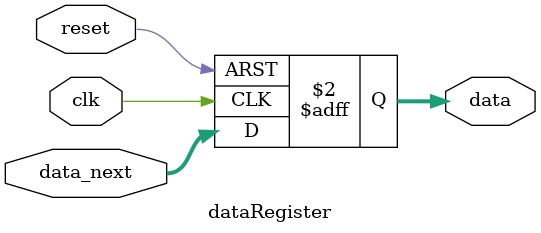
<source format=v>
module dataRegister(
    input clk,
    input reset,
    input [31:0] data_next,

    output reg [31:0] data
);

    always @(posedge clk or posedge reset)
        begin
            if (reset)
                data <= 32'd0;
            else
                data <= data_next;
        end
endmodule

</source>
